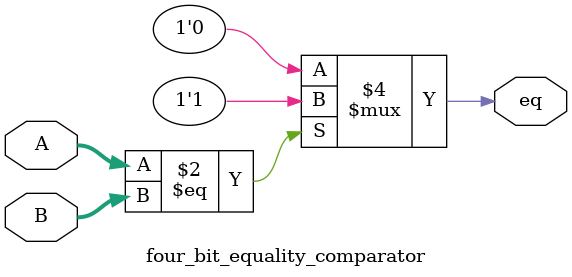
<source format=v>
`timescale 1ns / 1ps


module four_bit_equality_comparator(
    input [3:0] A,  // 4-bit input A
    input [3:0] B,  // 4-bit input B
    output reg eq   // Output logic-1 if A == B
);

always @(*) begin
    if (A == B)
        eq = 1;
    else
        eq = 0;
end

endmodule


</source>
